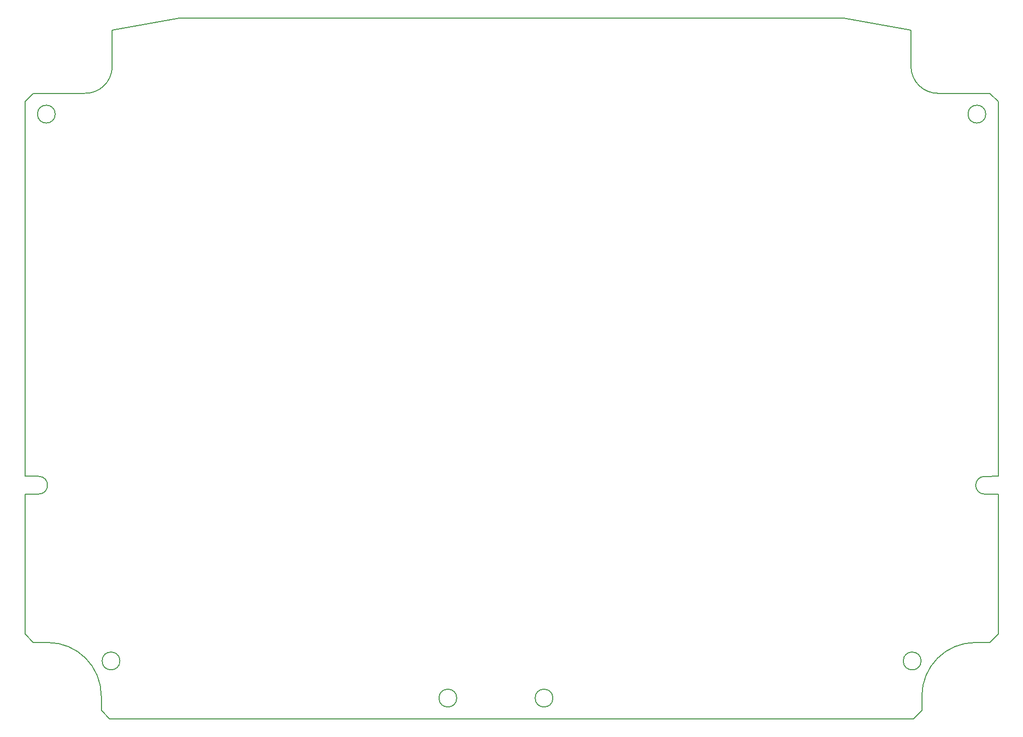
<source format=gm1>
G04 #@! TF.GenerationSoftware,KiCad,Pcbnew,7.0.10-7.0.10~ubuntu22.04.1*
G04 #@! TF.CreationDate,2024-01-11T23:10:12+00:00*
G04 #@! TF.ProjectId,test123,74657374-3132-4332-9e6b-696361645f70,a*
G04 #@! TF.SameCoordinates,Original*
G04 #@! TF.FileFunction,Profile,NP*
%FSLAX46Y46*%
G04 Gerber Fmt 4.6, Leading zero omitted, Abs format (unit mm)*
G04 Created by KiCad (PCBNEW 7.0.10-7.0.10~ubuntu22.04.1) date 2024-01-11 23:10:12*
%MOMM*%
%LPD*%
G01*
G04 APERTURE LIST*
G04 #@! TA.AperFunction,Profile*
%ADD10C,0.200000*%
G04 #@! TD*
G04 APERTURE END LIST*
D10*
X130421247Y28765136D02*
G75*
G03*
X127421249Y28765136I-1499999J0D01*
G01*
X127421249Y28765136D02*
G75*
G03*
X130421247Y28765136I1499999J0D01*
G01*
X42875461Y130615137D02*
X51446048Y130615137D01*
X54321248Y26679350D02*
X55735461Y25265137D01*
X201601248Y38125052D02*
G75*
G03*
X192601248Y29125137I-48J-8999952D01*
G01*
X205461248Y63115136D02*
X205461248Y39539350D01*
X67501248Y143265137D02*
X179421248Y143265137D01*
X204047034Y130615137D02*
X195261295Y130619658D01*
X203361248Y127115137D02*
G75*
G03*
X200361248Y127115137I-1500000J0D01*
G01*
X200361248Y127115137D02*
G75*
G03*
X203361248Y127115137I1500000J0D01*
G01*
X201601248Y38125137D02*
X204047034Y38125137D01*
X41461248Y129200923D02*
X42875461Y130615136D01*
X179421248Y143265137D02*
X190761248Y141265137D01*
X205461248Y129200923D02*
X204047034Y130615136D01*
X192461248Y35019957D02*
G75*
G03*
X189461248Y35019957I-1500000J0D01*
G01*
X189461248Y35019957D02*
G75*
G03*
X192461248Y35019957I1500000J0D01*
G01*
X205461248Y129200923D02*
X205461248Y66115136D01*
X45321248Y38125136D02*
X42875461Y38125136D01*
X203161048Y63115137D02*
X205461248Y63115137D01*
X192601248Y29125137D02*
X192601248Y26679350D01*
X55735461Y25265136D02*
X191187034Y25265137D01*
X41461247Y39539350D02*
X42875461Y38125136D01*
X56146048Y141265137D02*
X56161146Y135129888D01*
X190761261Y135057136D02*
G75*
G03*
X195261295Y130619659I4546939J110564D01*
G01*
X205461248Y39539350D02*
X204047034Y38125137D01*
X51446045Y130615052D02*
G75*
G03*
X56161146Y135129888I169955J4542048D01*
G01*
X203161048Y66108463D02*
G75*
G03*
X203161048Y63115137I-48J-1496663D01*
G01*
X41461248Y129200923D02*
X41461248Y66115136D01*
X54321236Y29125136D02*
G75*
G03*
X45321248Y38125136I-9000036J-36D01*
G01*
X190761248Y141265137D02*
X190761248Y135057136D01*
X54321248Y29125136D02*
X54321248Y26679350D01*
X43761248Y63121726D02*
X41466048Y63127136D01*
X43761248Y63121664D02*
G75*
G03*
X43761248Y66115136I-48J1496736D01*
G01*
X46561248Y127115137D02*
G75*
G03*
X43561248Y127115137I-1500000J0D01*
G01*
X43561248Y127115137D02*
G75*
G03*
X46561248Y127115137I1500000J0D01*
G01*
X114221248Y28765136D02*
G75*
G03*
X111221248Y28765136I-1500000J0D01*
G01*
X111221248Y28765136D02*
G75*
G03*
X114221248Y28765136I1500000J0D01*
G01*
X57461248Y35019957D02*
G75*
G03*
X54461248Y35019957I-1500000J0D01*
G01*
X54461248Y35019957D02*
G75*
G03*
X57461248Y35019957I1500000J0D01*
G01*
X67501248Y143265137D02*
X56146048Y141265137D01*
X43761248Y66115136D02*
X41461248Y66115136D01*
X203161048Y66108547D02*
X205461248Y66115137D01*
X41466048Y63127136D02*
X41461248Y39539350D01*
X192601248Y26679350D02*
X191187034Y25265137D01*
M02*

</source>
